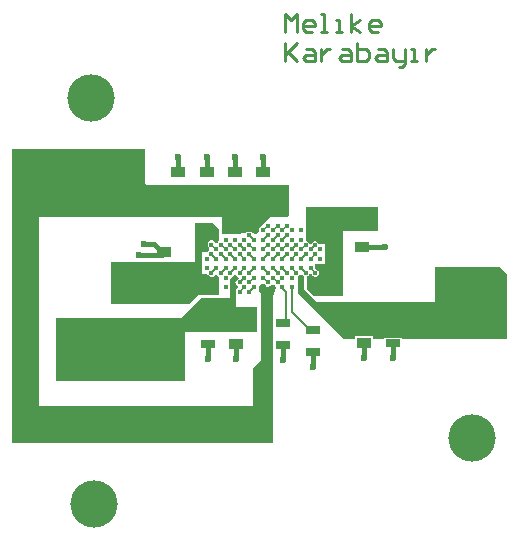
<source format=gtl>
G04*
G04 #@! TF.GenerationSoftware,Altium Limited,Altium Designer,23.3.1 (30)*
G04*
G04 Layer_Physical_Order=1*
G04 Layer_Color=255*
%FSLAX44Y44*%
%MOMM*%
G71*
G04*
G04 #@! TF.SameCoordinates,88914B4D-56C6-40B9-BAF4-16A5A3F371A8*
G04*
G04*
G04 #@! TF.FilePolarity,Positive*
G04*
G01*
G75*
%ADD10C,0.2000*%
%ADD11C,0.2540*%
%ADD12R,1.3000X0.7000*%
%ADD13R,1.3000X0.9000*%
%ADD14C,0.4500*%
%ADD21C,0.3810*%
%ADD22C,4.0000*%
%ADD23C,0.6000*%
%ADD24C,0.4000*%
G36*
X172000Y320750D02*
X173500Y319250D01*
X294250D01*
Y294000D01*
X292569Y292319D01*
X278000D01*
X268979Y282060D01*
Y279705D01*
X267565Y278065D01*
X265074Y277619D01*
X261750Y279479D01*
X260897D01*
X260847Y279500D01*
X259653D01*
X259603Y279479D01*
X259479D01*
X258795Y279145D01*
X258551Y279043D01*
X258514Y279007D01*
X256590Y278065D01*
X254250Y278000D01*
X252750Y277750D01*
X251500Y277250D01*
X249750Y277500D01*
X244000Y277250D01*
X237500D01*
Y292250D01*
X106000D01*
Y292250D01*
X82000D01*
Y132000D01*
X263250D01*
Y163500D01*
X270500Y170750D01*
Y227250D01*
X268250Y229500D01*
Y233750D01*
X270000Y235250D01*
X273250D01*
X273681Y234862D01*
X273707Y234801D01*
X274551Y233957D01*
X274803Y233852D01*
X275750Y233000D01*
X276500D01*
X279250Y234718D01*
X281500Y234250D01*
X283000Y231750D01*
X280000Y225250D01*
Y217750D01*
Y183250D01*
Y100500D01*
X59750D01*
Y349250D01*
X172000D01*
Y320750D01*
D02*
G37*
G36*
X229375Y286625D02*
X234500Y281500D01*
X234879Y272077D01*
X233663Y270244D01*
X231218D01*
X230167Y271583D01*
X229375Y272375D01*
X227375D01*
X225000Y270000D01*
Y268000D01*
X226625Y265000D01*
Y263708D01*
X225600Y262250D01*
X220500D01*
Y253750D01*
Y244000D01*
X224000D01*
X225957Y242550D01*
X226551Y241957D01*
X227022Y241761D01*
X227375Y241500D01*
X229250D01*
X231695Y243055D01*
X233083Y242917D01*
X234500Y241500D01*
X235000Y239750D01*
Y226000D01*
X217250D01*
X209250Y218000D01*
X143750D01*
X143250Y218500D01*
Y253750D01*
X214250D01*
Y286625D01*
X229375Y286625D01*
D02*
G37*
G36*
X369250Y279750D02*
X339500D01*
Y225000D01*
X315000D01*
X309250Y230750D01*
Y237000D01*
X309000Y239750D01*
X309189Y241642D01*
X309949Y241957D01*
X310793Y242801D01*
X311083Y243500D01*
X313250D01*
X313535Y243215D01*
X313707Y242801D01*
X314551Y241957D01*
X314965Y241785D01*
X315000Y241750D01*
X315050D01*
X315653Y241500D01*
X316847D01*
X317949Y241957D01*
X318793Y242801D01*
X319250Y243903D01*
Y245097D01*
X319014Y245667D01*
X319000Y245750D01*
X318962Y245791D01*
X318793Y246199D01*
X317949Y247043D01*
X317732Y247133D01*
X316250Y248750D01*
X316250Y252000D01*
X324250D01*
Y269250D01*
X319250D01*
X319142Y269358D01*
X318793Y270199D01*
X317949Y271043D01*
X317108Y271392D01*
X317000Y271500D01*
X315653D01*
X314551Y271043D01*
X313707Y270199D01*
X313337Y269306D01*
X313211Y269192D01*
X312598Y269162D01*
X311134Y269376D01*
X310793Y270199D01*
X309949Y271043D01*
X308847Y271500D01*
X308750D01*
Y283250D01*
Y300375D01*
X369250D01*
Y279750D01*
D02*
G37*
G36*
X478500Y243500D02*
Y189000D01*
X389250D01*
Y189750D01*
X374250D01*
Y189000D01*
X365250D01*
Y190750D01*
X350250D01*
Y189000D01*
X339500D01*
X301839Y227500D01*
Y241911D01*
X301949Y241957D01*
X302793Y242801D01*
X302876Y243000D01*
X305624D01*
X305707Y242801D01*
X306500Y242007D01*
Y236500D01*
X307000Y230500D01*
X308875Y228625D01*
X317250Y220250D01*
X349500Y220250D01*
X417500D01*
Y249500D01*
X472500D01*
X478500Y243500D01*
D02*
G37*
G36*
X251523Y240273D02*
X248099Y236849D01*
X251151Y232865D01*
X249000Y229722D01*
Y222500D01*
Y216000D01*
X266646D01*
X266750Y215750D01*
Y194750D01*
X266750Y194750D01*
X266750Y194750D01*
Y194750D01*
X206000D01*
Y153250D01*
X96866D01*
Y206750D01*
X203250D01*
X219500Y223000D01*
X243750D01*
Y239153D01*
X247111Y242664D01*
X249111Y242686D01*
X251523Y240273D01*
D02*
G37*
D10*
X296250Y211500D02*
X311500Y196250D01*
X314500D01*
X296250Y211500D02*
Y232500D01*
X289250Y202250D02*
X291500Y204500D01*
X288250Y231824D02*
X291500Y228573D01*
X288250Y231824D02*
Y232500D01*
X291500Y204500D02*
Y228573D01*
X260250Y276500D02*
X264250Y272500D01*
X288250D02*
X292250Y276500D01*
X288250Y280500D02*
X292250Y284500D01*
X272250Y256500D02*
X276250Y260500D01*
X272250Y264500D02*
X276250Y268500D01*
X312250Y264500D02*
X316250Y268500D01*
X304250Y264500D02*
X308250Y268500D01*
X312250Y256500D02*
X316250Y260500D01*
X304250Y256500D02*
X308250Y260500D01*
X280250Y280500D02*
X284250Y284500D01*
X272250Y280500D02*
X276250Y284500D01*
X280250Y272500D02*
X284250Y276500D01*
X272250Y272500D02*
X276250Y276500D01*
X296250Y264500D02*
X300250Y268500D01*
X288250Y264500D02*
X292250Y268500D01*
X280250Y264500D02*
X284250Y268500D01*
X296250Y256500D02*
X300250Y260500D01*
X288250Y256500D02*
X292250Y260500D01*
X280250Y256500D02*
X284250Y260500D01*
X312250Y248500D02*
X316250Y244500D01*
X304250Y248500D02*
X308250Y244500D01*
X296250Y248500D02*
X300250Y244500D01*
X288250Y248500D02*
X292250Y244500D01*
X280250Y248500D02*
X284250Y244500D01*
X272250Y248500D02*
X276250Y244500D01*
X280250Y240500D02*
X284250Y236500D01*
X272250Y240500D02*
X276250Y236500D01*
X260250Y228500D02*
X264250Y232500D01*
X252250Y228500D02*
X256250Y232500D01*
X260250Y236500D02*
X264250Y240500D01*
X252250Y236500D02*
X256250Y240500D01*
X260250Y244500D02*
X264250Y248500D01*
X252250Y244500D02*
X256250Y248500D01*
X260250Y260500D02*
X264250Y256500D01*
X252250Y260500D02*
X256250Y256500D01*
X252250Y268500D02*
X256250Y264500D01*
X244250Y268500D02*
X248250Y264500D01*
X236250Y268500D02*
X240250Y264500D01*
X260250Y268500D02*
X264250Y264500D01*
X244250Y244500D02*
X248250Y248500D01*
X236250Y244500D02*
X240250Y248500D01*
X244250Y260500D02*
X248250Y256500D01*
X236250Y260500D02*
X240250Y256500D01*
X244250Y268500D02*
X248250Y264500D01*
X236250Y268500D02*
X240250Y264500D01*
X228250Y244500D02*
X232250Y248500D01*
X228250Y268500D02*
X232250Y264500D01*
X228250Y260500D02*
X232250Y256500D01*
D11*
X290290Y448496D02*
Y463731D01*
X295368Y458653D01*
X300447Y463731D01*
Y448496D01*
X313143D02*
X308064D01*
X305525Y451036D01*
Y456114D01*
X308064Y458653D01*
X313143D01*
X315682Y456114D01*
Y453575D01*
X305525D01*
X320760Y448496D02*
X325839D01*
X323299D01*
Y463731D01*
X320760D01*
X333456Y448496D02*
X338534D01*
X335995D01*
Y458653D01*
X333456D01*
X346152Y448496D02*
Y463731D01*
Y453575D02*
X353769Y458653D01*
X346152Y453575D02*
X353769Y448496D01*
X369005D02*
X363926D01*
X361387Y451036D01*
Y456114D01*
X363926Y458653D01*
X369005D01*
X371544Y456114D01*
Y453575D01*
X361387D01*
X290290Y439353D02*
Y424118D01*
Y429197D01*
X300447Y439353D01*
X292829Y431736D01*
X300447Y424118D01*
X308064Y434275D02*
X313143D01*
X315682Y431736D01*
Y424118D01*
X308064D01*
X305525Y426657D01*
X308064Y429197D01*
X315682D01*
X320760Y434275D02*
Y424118D01*
Y429197D01*
X323299Y431736D01*
X325839Y434275D01*
X328378D01*
X338534D02*
X343613D01*
X346152Y431736D01*
Y424118D01*
X338534D01*
X335995Y426657D01*
X338534Y429197D01*
X346152D01*
X351230Y439353D02*
Y424118D01*
X358848D01*
X361387Y426657D01*
Y429197D01*
Y431736D01*
X358848Y434275D01*
X351230D01*
X369005D02*
X374083D01*
X376622Y431736D01*
Y424118D01*
X369005D01*
X366465Y426657D01*
X369005Y429197D01*
X376622D01*
X381700Y434275D02*
Y426657D01*
X384240Y424118D01*
X391857D01*
Y421579D01*
X389318Y419040D01*
X386779D01*
X391857Y424118D02*
Y434275D01*
X396936Y424118D02*
X402014D01*
X399475D01*
Y434275D01*
X396936D01*
X409631D02*
Y424118D01*
Y429197D01*
X412171Y431736D01*
X414710Y434275D01*
X417249D01*
D12*
X314500Y177250D02*
D03*
Y196250D02*
D03*
X381750Y204250D02*
D03*
Y185250D02*
D03*
X225000Y203000D02*
D03*
Y184000D02*
D03*
X289250Y183250D02*
D03*
Y202250D02*
D03*
D13*
X224250Y330000D02*
D03*
Y311000D02*
D03*
X357750Y185250D02*
D03*
Y204250D02*
D03*
X249000Y184000D02*
D03*
Y203000D02*
D03*
X188250Y262000D02*
D03*
Y243000D02*
D03*
X248250Y311000D02*
D03*
Y330000D02*
D03*
X272250Y311000D02*
D03*
Y330000D02*
D03*
X200250Y311000D02*
D03*
Y330000D02*
D03*
X356000Y266250D02*
D03*
Y285250D02*
D03*
D14*
X320250Y280500D02*
D03*
Y272500D02*
D03*
Y264500D02*
D03*
Y256500D02*
D03*
Y248500D02*
D03*
Y240500D02*
D03*
Y232500D02*
D03*
X312250Y280500D02*
D03*
Y272500D02*
D03*
Y264500D02*
D03*
Y256500D02*
D03*
Y248500D02*
D03*
Y240500D02*
D03*
Y232500D02*
D03*
X304250Y280500D02*
D03*
Y272500D02*
D03*
Y264500D02*
D03*
Y256500D02*
D03*
Y248500D02*
D03*
Y240500D02*
D03*
Y232500D02*
D03*
X296250Y280500D02*
D03*
Y272500D02*
D03*
Y264500D02*
D03*
Y256500D02*
D03*
Y248500D02*
D03*
Y240500D02*
D03*
Y232500D02*
D03*
X288250Y280500D02*
D03*
Y272500D02*
D03*
Y264500D02*
D03*
Y256500D02*
D03*
Y248500D02*
D03*
Y240500D02*
D03*
Y232500D02*
D03*
X280250Y280500D02*
D03*
Y272500D02*
D03*
Y264500D02*
D03*
Y256500D02*
D03*
Y248500D02*
D03*
Y240500D02*
D03*
Y232500D02*
D03*
X272250Y280500D02*
D03*
Y272500D02*
D03*
Y264500D02*
D03*
Y256500D02*
D03*
Y248500D02*
D03*
Y240500D02*
D03*
Y232500D02*
D03*
X264250Y280500D02*
D03*
Y272500D02*
D03*
Y264500D02*
D03*
Y256500D02*
D03*
Y248500D02*
D03*
Y240500D02*
D03*
Y232500D02*
D03*
X256250Y280500D02*
D03*
Y272500D02*
D03*
Y264500D02*
D03*
Y256500D02*
D03*
Y248500D02*
D03*
Y240500D02*
D03*
Y232500D02*
D03*
X248250Y280500D02*
D03*
Y272500D02*
D03*
Y264500D02*
D03*
Y256500D02*
D03*
Y248500D02*
D03*
Y240500D02*
D03*
Y232500D02*
D03*
X240250Y280500D02*
D03*
Y272500D02*
D03*
Y264500D02*
D03*
Y256500D02*
D03*
Y248500D02*
D03*
Y240500D02*
D03*
Y232500D02*
D03*
X232250Y280500D02*
D03*
Y272500D02*
D03*
Y264500D02*
D03*
Y256500D02*
D03*
Y248500D02*
D03*
Y240500D02*
D03*
Y232500D02*
D03*
X224250Y280500D02*
D03*
Y272500D02*
D03*
Y264500D02*
D03*
Y256500D02*
D03*
Y248500D02*
D03*
Y240500D02*
D03*
Y232500D02*
D03*
D21*
X314500Y164750D02*
Y177250D01*
X289250Y170750D02*
Y183250D01*
X186169Y259919D02*
X187250Y261000D01*
X179250Y269000D02*
X186250Y262000D01*
X171250Y269000D02*
X179250D01*
X186250Y262000D02*
X188250D01*
X187250Y261000D02*
X188250Y262000D01*
X167000Y259500D02*
X167419Y259919D01*
X186169D01*
X356000Y266250D02*
X375250D01*
X356000Y266250D02*
X356000Y266250D01*
X381750Y172750D02*
Y185250D01*
X357750Y172750D02*
Y185250D01*
X248250Y330000D02*
Y342500D01*
X272250Y330000D02*
Y342500D01*
X198250Y330000D02*
X200250D01*
X224250Y330000D02*
Y342500D01*
X200250Y330000D02*
Y342500D01*
X249000Y171500D02*
Y184000D01*
X225000Y171500D02*
Y184000D01*
D22*
X449250Y104750D02*
D03*
X449950Y217500D02*
D03*
X129450Y180750D02*
D03*
X126250Y320000D02*
D03*
X126000Y392750D02*
D03*
X128500Y48500D02*
D03*
D23*
X314500Y164750D02*
D03*
X289250Y170750D02*
D03*
X171250Y269000D02*
D03*
X167000Y259500D02*
D03*
X375250Y266250D02*
D03*
X200250Y342500D02*
D03*
X224250Y342500D02*
D03*
X248250Y342500D02*
D03*
X272250D02*
D03*
X225000Y171500D02*
D03*
X249000D02*
D03*
X357750Y172750D02*
D03*
X381750D02*
D03*
D24*
X292250Y276500D02*
D03*
Y284500D02*
D03*
X276250Y260500D02*
D03*
Y268500D02*
D03*
X316250D02*
D03*
X308250D02*
D03*
X316250Y260500D02*
D03*
X308250D02*
D03*
X284250Y284500D02*
D03*
X276250D02*
D03*
X284250Y276500D02*
D03*
X276250D02*
D03*
X300250Y268500D02*
D03*
X292250D02*
D03*
X284250D02*
D03*
X300250Y260500D02*
D03*
X292250D02*
D03*
X284250D02*
D03*
X316250Y244500D02*
D03*
X308250D02*
D03*
X300250D02*
D03*
X292250D02*
D03*
X284250D02*
D03*
X276250D02*
D03*
X284250Y236500D02*
D03*
X276250D02*
D03*
X260250Y228500D02*
D03*
X252250D02*
D03*
X260250Y236500D02*
D03*
X252250D02*
D03*
X260250Y244500D02*
D03*
X252250D02*
D03*
X260250Y260500D02*
D03*
X252250D02*
D03*
Y268500D02*
D03*
X260250D02*
D03*
Y276500D02*
D03*
X244250Y244500D02*
D03*
X236250D02*
D03*
X244250Y260500D02*
D03*
X236250D02*
D03*
X244250Y268500D02*
D03*
X236250D02*
D03*
X228250Y244500D02*
D03*
Y268500D02*
D03*
Y260500D02*
D03*
M02*

</source>
